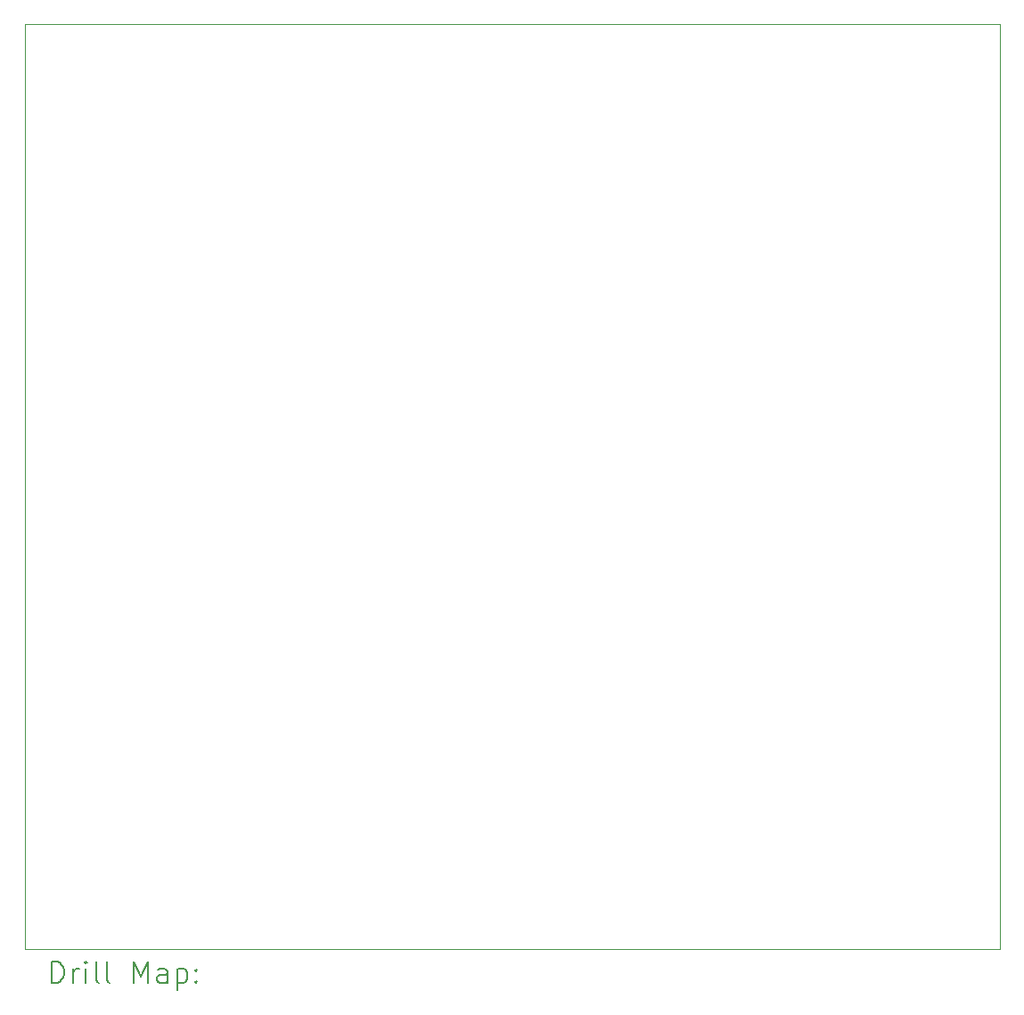
<source format=gbr>
%TF.GenerationSoftware,KiCad,Pcbnew,7.0.9*%
%TF.CreationDate,2024-06-21T01:41:27+05:30*%
%TF.ProjectId,BMS_Master,424d535f-4d61-4737-9465-722e6b696361,rev?*%
%TF.SameCoordinates,Original*%
%TF.FileFunction,Drillmap*%
%TF.FilePolarity,Positive*%
%FSLAX45Y45*%
G04 Gerber Fmt 4.5, Leading zero omitted, Abs format (unit mm)*
G04 Created by KiCad (PCBNEW 7.0.9) date 2024-06-21 01:41:27*
%MOMM*%
%LPD*%
G01*
G04 APERTURE LIST*
%ADD10C,0.100000*%
%ADD11C,0.200000*%
G04 APERTURE END LIST*
D10*
X18790000Y-5760000D02*
X28050000Y-5760000D01*
X28050000Y-14550000D01*
X18790000Y-14550000D01*
X18790000Y-5760000D01*
D11*
X19045777Y-14867484D02*
X19045777Y-14667484D01*
X19045777Y-14667484D02*
X19093396Y-14667484D01*
X19093396Y-14667484D02*
X19121967Y-14677008D01*
X19121967Y-14677008D02*
X19141015Y-14696055D01*
X19141015Y-14696055D02*
X19150539Y-14715103D01*
X19150539Y-14715103D02*
X19160063Y-14753198D01*
X19160063Y-14753198D02*
X19160063Y-14781769D01*
X19160063Y-14781769D02*
X19150539Y-14819865D01*
X19150539Y-14819865D02*
X19141015Y-14838912D01*
X19141015Y-14838912D02*
X19121967Y-14857960D01*
X19121967Y-14857960D02*
X19093396Y-14867484D01*
X19093396Y-14867484D02*
X19045777Y-14867484D01*
X19245777Y-14867484D02*
X19245777Y-14734150D01*
X19245777Y-14772246D02*
X19255301Y-14753198D01*
X19255301Y-14753198D02*
X19264824Y-14743674D01*
X19264824Y-14743674D02*
X19283872Y-14734150D01*
X19283872Y-14734150D02*
X19302920Y-14734150D01*
X19369586Y-14867484D02*
X19369586Y-14734150D01*
X19369586Y-14667484D02*
X19360063Y-14677008D01*
X19360063Y-14677008D02*
X19369586Y-14686531D01*
X19369586Y-14686531D02*
X19379110Y-14677008D01*
X19379110Y-14677008D02*
X19369586Y-14667484D01*
X19369586Y-14667484D02*
X19369586Y-14686531D01*
X19493396Y-14867484D02*
X19474348Y-14857960D01*
X19474348Y-14857960D02*
X19464824Y-14838912D01*
X19464824Y-14838912D02*
X19464824Y-14667484D01*
X19598158Y-14867484D02*
X19579110Y-14857960D01*
X19579110Y-14857960D02*
X19569586Y-14838912D01*
X19569586Y-14838912D02*
X19569586Y-14667484D01*
X19826729Y-14867484D02*
X19826729Y-14667484D01*
X19826729Y-14667484D02*
X19893396Y-14810341D01*
X19893396Y-14810341D02*
X19960063Y-14667484D01*
X19960063Y-14667484D02*
X19960063Y-14867484D01*
X20141015Y-14867484D02*
X20141015Y-14762722D01*
X20141015Y-14762722D02*
X20131491Y-14743674D01*
X20131491Y-14743674D02*
X20112444Y-14734150D01*
X20112444Y-14734150D02*
X20074348Y-14734150D01*
X20074348Y-14734150D02*
X20055301Y-14743674D01*
X20141015Y-14857960D02*
X20121967Y-14867484D01*
X20121967Y-14867484D02*
X20074348Y-14867484D01*
X20074348Y-14867484D02*
X20055301Y-14857960D01*
X20055301Y-14857960D02*
X20045777Y-14838912D01*
X20045777Y-14838912D02*
X20045777Y-14819865D01*
X20045777Y-14819865D02*
X20055301Y-14800817D01*
X20055301Y-14800817D02*
X20074348Y-14791293D01*
X20074348Y-14791293D02*
X20121967Y-14791293D01*
X20121967Y-14791293D02*
X20141015Y-14781769D01*
X20236253Y-14734150D02*
X20236253Y-14934150D01*
X20236253Y-14743674D02*
X20255301Y-14734150D01*
X20255301Y-14734150D02*
X20293396Y-14734150D01*
X20293396Y-14734150D02*
X20312444Y-14743674D01*
X20312444Y-14743674D02*
X20321967Y-14753198D01*
X20321967Y-14753198D02*
X20331491Y-14772246D01*
X20331491Y-14772246D02*
X20331491Y-14829388D01*
X20331491Y-14829388D02*
X20321967Y-14848436D01*
X20321967Y-14848436D02*
X20312444Y-14857960D01*
X20312444Y-14857960D02*
X20293396Y-14867484D01*
X20293396Y-14867484D02*
X20255301Y-14867484D01*
X20255301Y-14867484D02*
X20236253Y-14857960D01*
X20417205Y-14848436D02*
X20426729Y-14857960D01*
X20426729Y-14857960D02*
X20417205Y-14867484D01*
X20417205Y-14867484D02*
X20407682Y-14857960D01*
X20407682Y-14857960D02*
X20417205Y-14848436D01*
X20417205Y-14848436D02*
X20417205Y-14867484D01*
X20417205Y-14743674D02*
X20426729Y-14753198D01*
X20426729Y-14753198D02*
X20417205Y-14762722D01*
X20417205Y-14762722D02*
X20407682Y-14753198D01*
X20407682Y-14753198D02*
X20417205Y-14743674D01*
X20417205Y-14743674D02*
X20417205Y-14762722D01*
M02*

</source>
